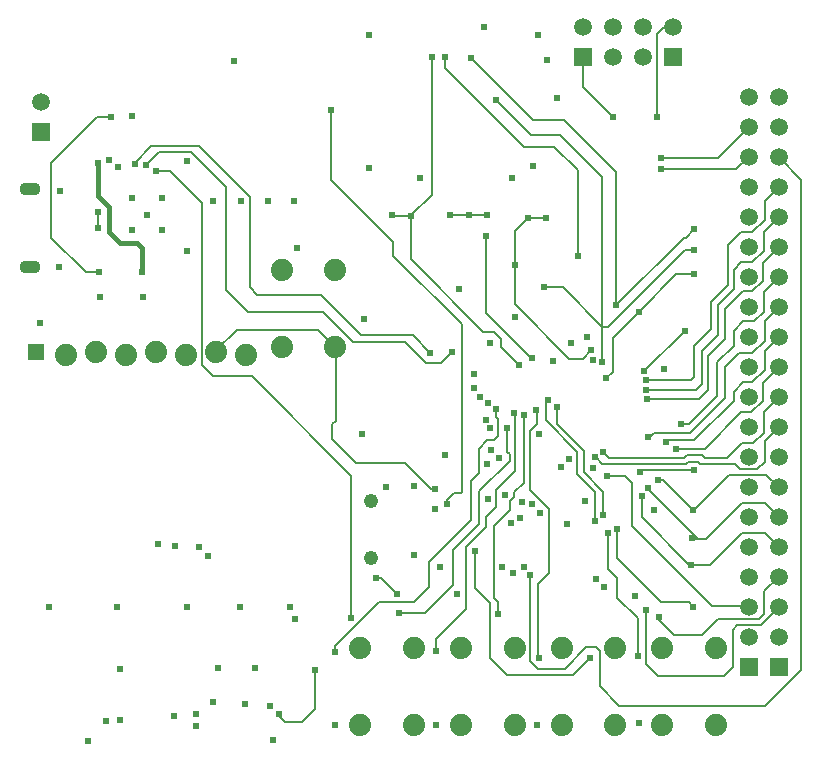
<source format=gbr>
%TF.GenerationSoftware,Novarm,DipTrace,3.2.0.1*%
%TF.CreationDate,2018-02-19T16:08:00-08:00*%
%FSLAX26Y26*%
%MOIN*%
%TF.FileFunction,Copper,L2,Inr*%
%TF.Part,Single*%
%AMOUTLINE1*
4,1,4,
0.026163,0.026163,
0.026205,-0.026121,
-0.026121,-0.026205,
-0.026163,0.026163,
0.026163,0.026163,
0*%
%TA.AperFunction,Conductor*%
%ADD15C,0.007*%
%ADD16C,0.015748*%
%ADD17C,0.006*%
%TA.AperFunction,ComponentPad*%
%ADD33R,0.059055X0.059055*%
%ADD34C,0.059055*%
%ADD38O,0.070866X0.043307*%
%ADD45C,0.074*%
%ADD60R,0.05937X0.05937*%
%ADD61C,0.05937*%
%ADD65C,0.048*%
%TA.AperFunction,ViaPad*%
%ADD66C,0.024*%
%TA.AperFunction,ComponentPad*%
%ADD142OUTLINE1*%
G75*
G01*
%LPD*%
X1278298Y531764D2*
D15*
Y525515D1*
X1300171Y503642D1*
X1356415D1*
X1400160Y547387D1*
Y678624D1*
X675236Y2150267D2*
Y2206588D1*
X2656516Y1119019D2*
Y1116078D1*
X2703578D1*
X2822141Y1234641D1*
X2897141D1*
X2944016Y1187765D1*
X2509641Y1284641D2*
Y1281464D1*
X2672086Y1119019D1*
X2656516D1*
X2356722Y1706391D2*
Y1821841D1*
X2225172Y1953391D1*
X2162580D1*
X2662765Y2078391D2*
X2631196D1*
X2374646Y1821841D1*
X2356722D1*
Y2321789D1*
X2215700Y2462811D1*
X2118835D1*
X2003222Y2578424D1*
X2651572Y1028587D2*
X2716087D1*
X2822141Y1134641D1*
X2897141D1*
X2944016Y1087765D1*
X2651572Y1028587D2*
X2646945D1*
X2487546Y1187986D1*
Y1256735D1*
X2368809Y1650397D2*
X2390891Y1672479D1*
Y1784641D1*
X2477897Y1871646D1*
X2603553Y1997302D1*
X2662767D1*
X2275068Y2059729D2*
Y2344074D1*
X2196952Y2422191D1*
X2093838D1*
X1831365Y2684663D1*
Y2722159D1*
X2503170Y878603D2*
Y697372D1*
X2540666Y659876D1*
X2762517D1*
X2790639Y687998D1*
Y812985D1*
X2806263Y828608D1*
X2884859D1*
X2944016Y887765D1*
X2543790Y853605D2*
Y844242D1*
X2594016Y794016D1*
X2687767D1*
X2741107Y847356D1*
X2878130D1*
X2896878Y866104D1*
Y940628D1*
X2944016Y987765D1*
X2496920Y1675394D2*
X2631281Y1809755D1*
X2115710Y994215D2*
Y706746D1*
X2140708Y681748D1*
X2231748D1*
X2303391Y753391D1*
X2334641D1*
X2347141Y740891D1*
Y625265D1*
X2412767Y559641D1*
X2900265D1*
X3018740Y678116D1*
Y2313041D1*
X2944016Y2387765D1*
X2121960Y1719139D2*
X2118835D1*
X1968851Y1869124D1*
Y2125347D1*
X2503391Y1644016D2*
X2653390D1*
X2662765Y1653391D1*
Y1759641D1*
X2719016Y1815891D1*
Y1906515D1*
X2775267Y1962765D1*
Y2094016D1*
X2819016Y2137765D1*
X2856515D1*
X2897141Y2178391D1*
Y2240890D1*
X2944016Y2287765D1*
X2503170Y1612901D2*
X2669150D1*
X2687765Y1631516D1*
Y1740890D1*
X2740891Y1794016D1*
Y1894016D1*
X2794016Y1947141D1*
Y2012765D1*
X2819016Y2037765D1*
X2856515D1*
X2894016Y2075267D1*
Y2137765D1*
X2944016Y2187765D1*
X2506294Y1581654D2*
X2678528D1*
X2709641Y1612767D1*
Y1725265D1*
X2765891Y1781516D1*
Y1881517D1*
X2825265Y1940891D1*
X2856517D1*
X2890891Y1975265D1*
Y2034641D1*
X2944016Y2087765D1*
X2619016Y1497141D2*
X2644016D1*
X2737767Y1590891D1*
Y1703391D1*
X2794016Y1759641D1*
Y1809642D1*
X2825265Y1840891D1*
X2862767D1*
X2894016Y1872141D1*
Y1937765D1*
X2944016Y1987765D1*
X2509641Y1453391D2*
X2511017Y1452016D1*
X2528017Y1469016D1*
X2650267D1*
X2765891Y1584641D1*
Y1687765D1*
X2812767Y1734641D1*
X2856515D1*
X2897141Y1775267D1*
Y1840890D1*
X2944016Y1887765D1*
X2569016Y1437765D2*
Y1444016D1*
X2662767D1*
X2794016Y1575265D1*
Y1606516D1*
X2825265Y1637765D1*
X2856515D1*
X2897141Y1678391D1*
Y1740890D1*
X2944016Y1787765D1*
X2603391Y1415891D2*
X2697142D1*
X2819016Y1537765D1*
X2853391D1*
X2890891Y1575265D1*
Y1634641D1*
X2944016Y1687765D1*
X2359435Y1403547D2*
X2378341Y1384641D1*
X2627998D1*
X2637530Y1394173D1*
X2687525D1*
X2697058Y1384641D1*
X2772141D1*
X2822141Y1434641D1*
X2859641D1*
X2894016Y1469016D1*
Y1537765D1*
X2944016Y1587765D1*
X1518898Y850481D2*
Y1325431D1*
X1187683Y1656646D1*
X1059571D1*
X1022075Y1694142D1*
Y2234710D1*
X915894Y2340891D1*
X869016D1*
X800265Y2365891D2*
X797092Y2369065D1*
X853343Y2425315D1*
X1012701D1*
X1181433Y2256583D1*
Y1953490D1*
X1206431Y1928492D1*
X1418908D1*
X1553269Y1794131D1*
X1723811D1*
X1781670Y1736273D1*
X2371933Y1325431D2*
X2431302D1*
X2456299Y1300433D1*
Y1156698D1*
X2722107Y890891D1*
X2840890D1*
X2844016Y887765D1*
X2481516Y1337765D2*
X2487929Y1344179D1*
X2662528D1*
X2590891Y2822137D2*
X2562526D1*
X2537541Y2797151D1*
Y2522180D1*
X2553164Y2384694D2*
X2740945D1*
X2844016Y2487765D1*
X2540890Y1312765D2*
X2559642D1*
X2659642Y1212765D1*
X2944016Y1287765D2*
X2903390Y1328391D1*
X2777977D1*
X2662351Y1212765D1*
X2659642D1*
X2662764Y2147139D2*
X2634641Y2119016D1*
X2628391D1*
X2403391Y1894016D1*
Y2337613D1*
X2228198Y2512806D1*
X2125084D1*
X1918856Y2719034D1*
X1603264Y984841D2*
X1618887D1*
X1672213Y931516D1*
X1970831Y2194016D2*
X1912859D1*
X1850267D1*
X2003222Y1547282D2*
Y1522310D1*
X2009641Y1515891D1*
Y1456836D1*
X1996973Y1444168D1*
X1971975D1*
X1943853Y1416046D1*
Y1334478D1*
X1918856Y1309481D1*
Y1178571D1*
X1778246Y1037961D1*
Y953595D1*
X1728042Y903391D1*
X1612429D1*
X1465778Y756740D1*
Y737992D1*
X2062765Y1534641D2*
X2065891D1*
Y1341230D1*
X2003222Y1278561D1*
Y1222317D1*
X1968851Y1187945D1*
Y1153574D1*
X1903233Y1087956D1*
Y881727D1*
X1803243Y781738D1*
Y741117D1*
X2134600Y1544016D2*
X2137583D1*
Y1497288D1*
X2115710Y1475415D1*
Y1278561D1*
X2178204Y1216067D1*
Y1003204D1*
X2140708Y965708D1*
Y722369D1*
X2143832Y719244D1*
X2175079Y1578529D2*
X2168622D1*
Y1509994D1*
X2272141Y1406475D1*
Y1331516D1*
X2331516Y1272141D1*
Y1175267D1*
X2375058Y1134826D2*
Y1016088D1*
X2406516Y984630D1*
Y919012D1*
X2475267Y850261D1*
Y725516D1*
X834595Y2362822D2*
X878340Y2406567D1*
X984579D1*
X1103317Y2287830D1*
Y1944116D1*
X1175184Y1872248D1*
X1425158D1*
X1526603Y1770803D1*
X1698460D1*
X1768872Y1700391D1*
X1818866D1*
X1856372Y1737897D1*
X2331313Y1387924D2*
X2334437D1*
X2356446Y1365915D1*
X2634269D1*
X2640655Y1372301D1*
X2676659D1*
X2683045Y1365915D1*
X2797117D1*
X2815891Y1347141D1*
X2872141D1*
X2897141Y1372141D1*
Y1440890D1*
X2944016Y1487765D1*
X2290891Y2722137D2*
Y2622141D1*
X2390891Y2522141D1*
X2844016Y2387765D2*
X2803449Y2347198D1*
X2553164D1*
X1837614Y1231691D2*
Y1244189D1*
X1862612Y1269187D1*
X1884485D1*
X1887609Y1272311D1*
Y1831628D1*
X1659641Y2059596D1*
Y2106516D1*
X1453391Y2312765D1*
Y2544016D1*
X676328Y2369071D2*
D16*
Y2258616D1*
X712733Y2222212D1*
Y2137845D1*
X750229Y2100349D1*
X806473D1*
X822096Y2084726D1*
Y2003485D1*
X678361D2*
D17*
X634616D1*
X519003Y2119097D1*
Y2369071D1*
X672112Y2522180D1*
X718982D1*
X2107996Y2184715D2*
D15*
X2168826D1*
X2065891Y2028113D2*
Y1897070D1*
X2246946Y1716015D1*
X2290692D1*
X2318814Y1744137D1*
X2065891Y2028113D2*
Y2142610D1*
X2107996Y2184715D1*
X1678391Y869016D2*
X1765891D1*
X1859487Y962612D1*
Y1078582D1*
X1946978Y1166072D1*
Y1275103D1*
X2047141Y1375265D1*
Y1397141D1*
X2037765Y1406516D1*
Y1484641D1*
X2009641Y865891D2*
Y903390D1*
X1994016Y919015D1*
Y1156866D1*
X2050092Y1212943D1*
Y1240717D1*
X2062765Y1253391D1*
Y1272141D1*
X2093838Y1303213D1*
Y1528213D1*
X1931355Y1075104D2*
Y950428D1*
X1981516Y900267D1*
Y719015D1*
X2037765Y662765D1*
X2259641D1*
X2315891Y719016D1*
X2659643Y887764D2*
X2643807Y903600D1*
X2553183D1*
X2406305Y1050478D1*
Y1147352D1*
X2359641Y1194016D2*
Y1272142D1*
X2294016Y1337767D1*
Y1409597D1*
X2206516Y1497097D1*
Y1556516D1*
X1069016Y1737765D2*
Y1744016D1*
X1137765Y1812765D1*
X1409516D1*
X1465765Y1756516D1*
X1797139Y1281516D2*
X1784664D1*
X1697004Y1369176D1*
X1534521D1*
X1456404Y1447293D1*
Y1497288D1*
X1469016Y1509899D1*
Y1753265D1*
X1465765Y1756516D1*
X1719007Y2192194D2*
X1658338D1*
X1656516Y2194016D1*
X1787620Y2722159D2*
Y2262832D1*
X1719007Y2194219D1*
Y2192194D1*
X2078265Y1694142D2*
X2019016Y1753391D1*
Y1781516D1*
X1994016Y1806516D1*
X1959641D1*
X1719007Y2047150D1*
Y2192194D1*
D66*
X1278298Y531764D3*
X1400160Y678624D3*
X971173Y2376227D3*
X972080Y2075352D3*
X712767Y2378479D3*
X675236Y2150267D3*
Y2206588D3*
X740855Y2356572D3*
X1562767Y1847251D3*
X548817Y2276251D3*
X837719Y2194089D3*
X1153311Y2240960D3*
X1240802D3*
X1328293D3*
X787865Y2525264D3*
X681486Y1922243D3*
X481507Y1834752D3*
X825221Y1922243D3*
X681486D3*
X1983511Y1769147D3*
X2253196Y1769134D3*
X1983511Y1769147D3*
X2065891Y1853391D3*
X1877481Y1948051D3*
X2065891Y1853391D3*
X1578496Y2350361D3*
X1747788Y2318865D3*
X1578496Y2350361D3*
X2054087Y2318865D3*
X1747788D3*
X2125347Y2357448D3*
X2054087Y2318865D3*
X2141095Y2796424D3*
X2206326Y2584673D3*
X2125347Y2357448D3*
X1578496Y2794256D3*
X1961961Y2821214D3*
X1578496Y2794256D3*
Y2350361D3*
X1129057Y2709639D3*
X2478172Y500517D3*
X1465089Y494957D3*
X1802625Y495852D3*
X2140160D3*
X512765Y887765D3*
X1257906Y445751D3*
D3*
D3*
X1197141Y684641D3*
X1075194D3*
X972141Y887767D3*
X1150265D3*
X1797139Y1214587D3*
X1728390Y1059973D3*
X737767Y887767D3*
X972141D3*
X737767D3*
X1197141Y684641D3*
X1315891Y887765D3*
D3*
X1331614Y847159D3*
X1197141Y684641D3*
X2562538Y1681643D3*
X2023609Y1020485D3*
X2529693Y1210943D3*
X927799Y524675D3*
X640891Y440891D3*
X750011Y680841D3*
D3*
X1331614Y847159D3*
X1002629Y493155D3*
X2023609Y1020485D3*
X787998Y2250496D3*
X1059571Y2240960D3*
X887767Y2250265D3*
X1153311Y2240960D3*
X887625Y2144156D3*
X548817Y2276251D3*
X545692Y2020345D3*
X787998Y2144095D3*
X1831365Y1394173D3*
X1728390Y1291198D3*
X1797139Y1214587D3*
X1928391Y1665891D3*
X2656516Y1119019D3*
X2509641Y1284641D3*
X2656516Y1119019D3*
X2356722Y1706391D3*
X2162580Y1953391D3*
X2662765Y2078391D3*
X2003222Y2578424D3*
X2651572Y1028587D3*
X2487546Y1256735D3*
X2651572Y1028587D3*
X1040823Y1059834D3*
X2651572Y1028587D3*
X2368809Y1650397D3*
X2662767Y1997302D3*
D3*
X2275068Y2059729D3*
X1831365Y2722159D3*
X2477897Y1871646D3*
X2503170Y878603D3*
X2543790Y853605D3*
X2325063Y1350631D3*
X2496920Y1675394D3*
X2631281Y1809755D3*
X1984474Y1412922D3*
X2012596Y1384799D3*
X874725Y1096839D3*
X2087765Y1237765D3*
X2053217Y1169197D3*
X931460Y1091080D3*
X2093838Y1022338D3*
X2081338Y1184822D3*
X2122141Y1231516D3*
X2150265Y1200265D3*
X2115710Y994215D3*
X2243822Y1381675D3*
X2121960Y1719139D3*
X1968851Y2125347D3*
X2237765Y1165891D3*
X2300265Y1240891D3*
X2031344Y1262939D3*
X1975267Y1247141D3*
X2503391Y1644016D3*
X2503170Y1612901D3*
X2506294Y1581654D3*
X2619016Y1497141D3*
X2509641Y1453391D3*
X2569016Y1437765D3*
X2603391Y1415891D3*
X2359435Y1403547D3*
X1634511Y1287935D3*
X1556394Y1466041D3*
X2465890Y925267D3*
X1518898Y850481D3*
X869016Y2340891D3*
X800265Y2365891D3*
X1781670Y1736273D3*
X2371933Y1325431D3*
X2481516Y1337765D3*
X2662528Y1344179D3*
X2537541Y2522180D3*
X2190891Y1709641D3*
X2553164Y2384694D3*
X2540890Y1312765D3*
X2659642Y1212765D3*
X1012520Y1087775D3*
X2659642Y1212765D3*
X2662764Y2147139D3*
X2403391Y1894016D3*
X2325142Y1712642D3*
X2403391Y1894016D3*
X1918856Y2719034D3*
X2362765Y953391D3*
X703391Y509641D3*
X1603264Y984841D3*
X1672213Y931516D3*
X2362765Y953391D3*
X1872141Y931516D3*
X1247051Y556761D3*
X1672213Y931516D3*
X1002629Y532919D3*
X1247051Y556761D3*
X1970831Y2194016D3*
X1850267D3*
X1912859D3*
X2171954Y2711777D3*
X1970831Y2194016D3*
X2334641Y981516D3*
X750265Y512765D3*
X1815742Y1022849D3*
X2334641Y981516D3*
X1165810Y564488D3*
X1057747Y572683D3*
X1165810Y564488D3*
X2003222Y1547282D3*
X1465778Y737992D3*
X2062765Y1534641D3*
X1803243Y741117D3*
X2134600Y1544016D3*
X2143832Y719244D3*
X2175079Y1578529D3*
X2331516Y1175267D3*
X2375058Y1134826D3*
X2475267Y725516D3*
X1981516Y1484641D3*
X1947141Y1587767D3*
X1928391Y1619016D3*
X1975265Y1569015D3*
X1969016Y1512765D3*
X834595Y2362822D3*
X1856372Y1737897D3*
X2331313Y1387924D3*
X2390891Y2522141D3*
X2553164Y2347198D3*
X2306717Y1787966D3*
X1837614Y1231691D3*
X1453391Y2544016D3*
X676328Y2369071D3*
X822096Y2003485D3*
X678361D3*
X718982Y2522180D3*
X2107996Y2184715D3*
X2168826D3*
X2065891Y2028113D3*
X2318814Y1744137D3*
X2065891Y2028113D3*
X2107996Y2184715D3*
X2059466Y1000465D3*
X1678391Y869016D3*
X2037765Y1484641D3*
X2009641Y865891D3*
X2093838Y1528213D3*
X2146957Y1466041D3*
X1931355Y1075104D3*
X2315891Y719016D3*
X2659643Y887764D3*
X2406305Y1147352D3*
X2359641Y1194016D3*
X2206516Y1556516D3*
X1797139Y1281516D3*
X1971839Y1365915D3*
X1337667Y2084726D3*
X1719007Y2192194D3*
X1656516Y2194016D3*
X1787620Y2722159D3*
X1719007Y2192194D3*
X2219016Y1353391D3*
X2078265Y1694142D3*
X1719007Y2192194D3*
D33*
X484631Y2472185D3*
D34*
Y2572185D3*
D38*
X449314Y2280188D3*
Y2020345D3*
D142*
X469016Y1737765D3*
D45*
X569016Y1727765D3*
X669016Y1737765D3*
X769016Y1727765D3*
X869016Y1737765D3*
X969016Y1727765D3*
X1069016Y1737765D3*
X1169016Y1727765D3*
D33*
X2844016Y687765D3*
D34*
Y787765D3*
Y887765D3*
Y987765D3*
Y1087765D3*
Y1187765D3*
Y1287765D3*
Y1387765D3*
Y1487765D3*
Y1587765D3*
Y1687765D3*
Y1787765D3*
Y1887765D3*
Y1987765D3*
Y2087765D3*
Y2187765D3*
Y2287765D3*
Y2387765D3*
Y2487765D3*
Y2587765D3*
D33*
X2944016Y687765D3*
D34*
Y787765D3*
Y887765D3*
Y987765D3*
Y1087765D3*
Y1187765D3*
Y1287765D3*
Y1387765D3*
Y1487765D3*
Y1587765D3*
Y1687765D3*
Y1787765D3*
Y1887765D3*
Y1987765D3*
Y2087765D3*
Y2187765D3*
Y2287765D3*
Y2387765D3*
Y2487765D3*
Y2587765D3*
D45*
X1287765Y1756516D3*
Y2012516D3*
X1465765Y1756516D3*
Y2012516D3*
X1550265Y494016D3*
Y750016D3*
X1728265Y494016D3*
Y750016D3*
X1885683Y494016D3*
Y750016D3*
X2063683Y494016D3*
Y750016D3*
X2221099Y494016D3*
Y750016D3*
X2399099Y494016D3*
Y750016D3*
X2556516Y494016D3*
Y750016D3*
X2734516Y494016D3*
Y750016D3*
D60*
X2590891Y2722137D3*
D61*
Y2822137D3*
X2490891Y2722137D3*
Y2822137D3*
X2390891Y2722137D3*
Y2822137D3*
D60*
X2290891Y2722137D3*
D61*
Y2822137D3*
D65*
X1584641Y1050269D3*
Y1240269D3*
M02*

</source>
